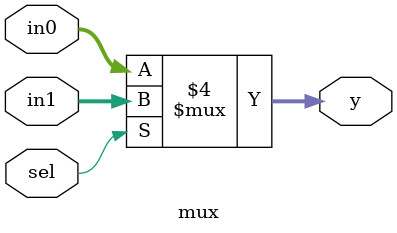
<source format=v>
module mux(y,sel,in0,in1);
	input [7:0] in0,in1;
	input sel;
	output reg [7:0] y;
	always @(sel or in0 or in1)
		begin
			if(sel == 0)
				y <= in0;
			else
				y <= in1;
		end
endmodule

</source>
